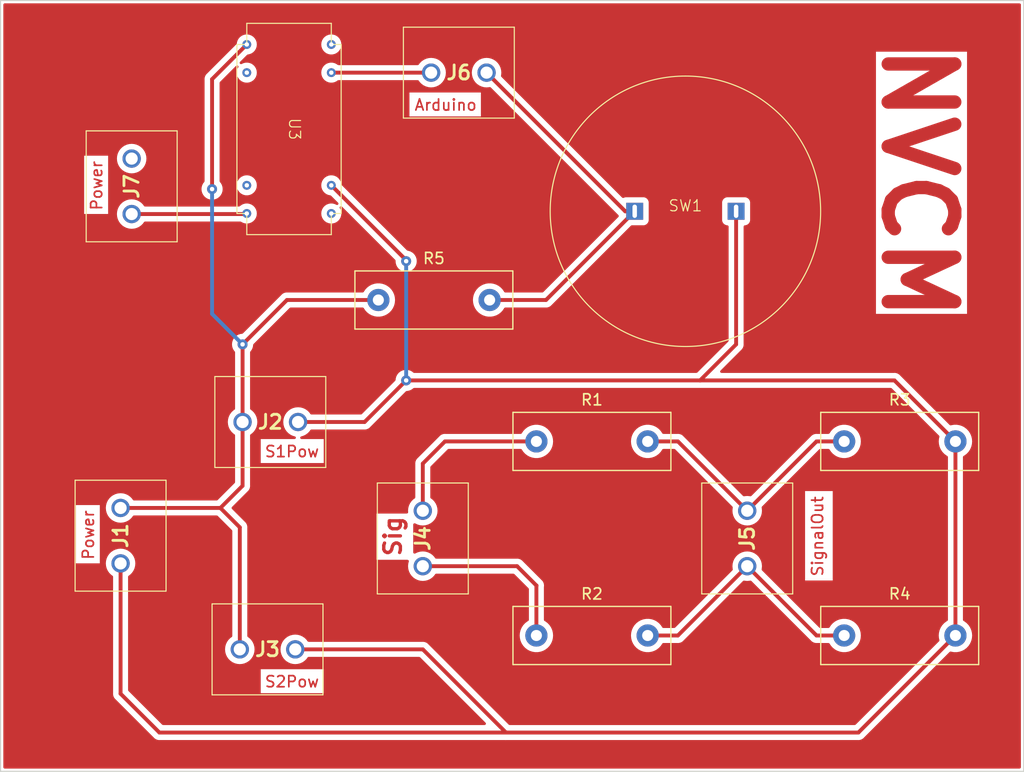
<source format=kicad_pcb>
(kicad_pcb (version 20221018) (generator pcbnew)
  (layers (0 "F.Cu" signal) (31 "B.Cu" signal) (34 "B.Paste" user) (35 "F.Paste" user) (36 "B.SilkS" user "B.Silkscreen") (37 "F.SilkS" user "F.Silkscreen") (38 "B.Mask" user) (39 "F.Mask" user) (44 "Edge.Cuts" user))
  (net 0 "")
  (net 1 "Net-(J4-Pin_1)")
  (net 2 "Net-(J5-Pin_1)")
  (net 3 "Net-(J4-Pin_2)")
  (net 4 "Net-(J5-Pin_2)")
  (net 5 "GND")
  (net 6 "Net-(J1-Pin_2)")
  (net 7 "Net-(J6-Pin_1)")
  (net 9 "Net-(J6-Pin_2)")
  (net 13 "Net-(J7-Pin_1)")
  (footprint "Connector:ScrewTerminal1x2" (layer "F.Cu") (at 118.072 63.25)
    (fp_text reference "J6" (at -2.5 0) (layer "F.SilkS") (effects (font (size 1.27 1.27) (thickness 0.254))))
    (fp_text value "AlimSensor2" hide)
    (fp_line (start -7.5 -4.1) (end -7.5 4.1) (stroke (width 0.1)) (layer "F.SilkS"))
    (fp_line (start -7.5 4.1) (end 2.5 4.1) (stroke (width 0.1)) (layer "F.SilkS"))
    (fp_line (start 2.5 -4.1) (end -7.5 -4.1) (stroke (width 0.1)) (layer "F.SilkS"))
    (fp_line (start 2.5 4.1) (end 2.5 -4.1) (stroke (width 0.1)) (layer "F.SilkS"))
    (pad "1" thru_hole circle (at 0 0) (size 1.65 1.65) (drill 1.1) (layers "*.Cu" "*.Mask") (net 7 "Net-(J6-Pin_1)"))
    (pad "2" thru_hole circle (at -5 0) (size 1.65 1.65) (drill 1.1) (layers "*.Cu" "*.Mask") (net 9 "Net-(J6-Pin_2)"))
  )
  (footprint "Resistor_THT:RUSABLE" (layer "F.Cu") (at 123.072 114)
    (fp_text reference "R2" (at 4.5 -3.75) (layer "F.SilkS"))
    (fp_text value "10K")
    (fp_line (start -2.62 -2.62) (end -2.62 2.62) (stroke (width 0.12)) (layer "F.SilkS"))
    (fp_line (start -2.62 -2.62) (end 11.62 -2.62) (stroke (width 0.12)) (layer "F.SilkS"))
    (fp_line (start -2.62 2.62) (end 11.62 2.62) (stroke (width 0.12)) (layer "F.SilkS"))
    (fp_line (start 11.62 -2.62) (end 11.62 2.62) (stroke (width 0.12)) (layer "F.SilkS"))
    (pad "1" thru_hole circle (at -0.508 0) (size 2 2) (drill 1) (layers "*.Cu" "*.Mask") (net 3 "Net-(J4-Pin_2)"))
    (pad "2" thru_hole circle (at 9.525 0) (size 2 2) (drill 1) (layers "*.Cu" "*.Mask") (net 4 "Net-(J5-Pin_2)"))
  )
  (footprint "Button_Switch_THT:Button2P" (layer "F.Cu") (at 136 75.75)
    (fp_text reference "SW1" (at 0 -0.5 unlocked) (layer "F.SilkS") (effects (font (thickness 0.1))))
    (fp_text value "SW_MEC_5G")
    (fp_circle (center 0 0) (end 0 -12.192) (stroke (width 0.1)) (fill none) (layer "F.SilkS"))
    (pad "1" thru_hole rect (at -4.572 0 90) (size 1.524 1.524) (drill oval 1.2 0.4) (layers "*.Cu" "*.Mask") (net 7 "Net-(J6-Pin_1)"))
    (pad "2" thru_hole rect (at 4.572 0 90) (size 1.524 1.524) (drill oval 1.2 0.4) (layers "*.Cu" "*.Mask") (net 5 "GND"))
  )
  (footprint "Connector:ScrewTerminal1x2" (layer "F.Cu") (at 141.572 102.75 90)
    (fp_text reference "J5" (at -2.5 0 90) (layer "F.SilkS") (effects (font (size 1.27 1.27) (thickness 0.254))))
    (fp_text value "SensorArduino" hide)
    (fp_line (start -7.5 -4.1) (end -7.5 4.1) (stroke (width 0.1)) (layer "F.SilkS"))
    (fp_line (start -7.5 4.1) (end 2.5 4.1) (stroke (width 0.1)) (layer "F.SilkS"))
    (fp_line (start 2.5 -4.1) (end -7.5 -4.1) (stroke (width 0.1)) (layer "F.SilkS"))
    (fp_line (start 2.5 4.1) (end 2.5 -4.1) (stroke (width 0.1)) (layer "F.SilkS"))
    (pad "1" thru_hole circle (at 0 0 90) (size 1.65 1.65) (drill 1.1) (layers "*.Cu" "*.Mask") (net 2 "Net-(J5-Pin_1)"))
    (pad "2" thru_hole circle (at -5 0 90) (size 1.65 1.65) (drill 1.1) (layers "*.Cu" "*.Mask") (net 4 "Net-(J5-Pin_2)"))
  )
  (footprint "Connector:ScrewTerminal1x2" (layer "F.Cu") (at 86.072 76 -90)
    (fp_text reference "J7" (at -2.5 0 90) (layer "F.SilkS") (effects (font (size 1.27 1.27) (thickness 0.254))))
    (fp_text value "CircuitoPotencia" hide)
    (fp_line (start -7.5 -4.1) (end -7.5 4.1) (stroke (width 0.1)) (layer "F.SilkS"))
    (fp_line (start -7.5 4.1) (end 2.5 4.1) (stroke (width 0.1)) (layer "F.SilkS"))
    (fp_line (start 2.5 -4.1) (end -7.5 -4.1) (stroke (width 0.1)) (layer "F.SilkS"))
    (fp_line (start 2.5 4.1) (end 2.5 -4.1) (stroke (width 0.1)) (layer "F.SilkS"))
    (pad "1" thru_hole circle (at 0 0 270) (size 1.65 1.65) (drill 1.1) (layers "*.Cu" "*.Mask") (net 13 "Net-(J7-Pin_1)"))
    (pad "2" thru_hole circle (at -5 0 270) (size 1.65 1.65) (drill 1.1) (layers "*.Cu" "*.Mask"))
  )
  (footprint "Resistor_THT:RUSABLE" (layer "F.Cu") (at 108.822 83.75)
    (fp_text reference "R5" (at 4.5 -3.75) (layer "F.SilkS"))
    (fp_text value "330")
    (fp_line (start -2.62 -2.62) (end -2.62 2.62) (stroke (width 0.12)) (layer "F.SilkS"))
    (fp_line (start -2.62 -2.62) (end 11.62 -2.62) (stroke (width 0.12)) (layer "F.SilkS"))
    (fp_line (start -2.62 2.62) (end 11.62 2.62) (stroke (width 0.12)) (layer "F.SilkS"))
    (fp_line (start 11.62 -2.62) (end 11.62 2.62) (stroke (width 0.12)) (layer "F.SilkS"))
    (pad "1" thru_hole circle (at -0.508 0) (size 2 2) (drill 1) (layers "*.Cu" "*.Mask") (net 6 "Net-(J1-Pin_2)"))
    (pad "2" thru_hole circle (at 9.525 0) (size 2 2) (drill 1) (layers "*.Cu" "*.Mask") (net 7 "Net-(J6-Pin_1)"))
  )
  (footprint "Resistor_THT:RUSABLE" (layer "F.Cu") (at 150.822 114)
    (fp_text reference "R4" (at 4.5 -3.75) (layer "F.SilkS"))
    (fp_text value "2,7K")
    (fp_line (start -2.62 -2.62) (end -2.62 2.62) (stroke (width 0.12)) (layer "F.SilkS"))
    (fp_line (start -2.62 -2.62) (end 11.62 -2.62) (stroke (width 0.12)) (layer "F.SilkS"))
    (fp_line (start -2.62 2.62) (end 11.62 2.62) (stroke (width 0.12)) (layer "F.SilkS"))
    (fp_line (start 11.62 -2.62) (end 11.62 2.62) (stroke (width 0.12)) (layer "F.SilkS"))
    (pad "1" thru_hole circle (at -0.508 0) (size 2 2) (drill 1) (layers "*.Cu" "*.Mask") (net 4 "Net-(J5-Pin_2)"))
    (pad "2" thru_hole circle (at 9.525 0) (size 2 2) (drill 1) (layers "*.Cu" "*.Mask") (net 5 "GND"))
  )
  (footprint "Connector:ScrewTerminal1x2" (layer "F.Cu") (at 85.072 107.5 -90)
    (fp_text reference "J1" (at -2.5 0 90) (layer "F.SilkS") (effects (font (size 1.27 1.27) (thickness 0.254))))
    (fp_text value "Alimentación" hide)
    (fp_line (start -7.5 -4.1) (end -7.5 4.1) (stroke (width 0.1)) (layer "F.SilkS"))
    (fp_line (start -7.5 4.1) (end 2.5 4.1) (stroke (width 0.1)) (layer "F.SilkS"))
    (fp_line (start 2.5 -4.1) (end -7.5 -4.1) (stroke (width 0.1)) (layer "F.SilkS"))
    (fp_line (start 2.5 4.1) (end 2.5 -4.1) (stroke (width 0.1)) (layer "F.SilkS"))
    (pad "1" thru_hole circle (at 0 0 270) (size 1.65 1.65) (drill 1.1) (layers "*.Cu" "*.Mask") (net 5 "GND"))
    (pad "2" thru_hole circle (at -5 0 270) (size 1.65 1.65) (drill 1.1) (layers "*.Cu" "*.Mask") (net 6 "Net-(J1-Pin_2)"))
  )
  (footprint "Connector:ScrewTerminal1x2" (layer "F.Cu") (at 100.822 115.25)
    (fp_text reference "J3" (at -2.5 0) (layer "F.SilkS") (effects (font (size 1.27 1.27) (thickness 0.254))))
    (fp_text value "AlimSensor2" hide)
    (fp_line (start -7.5 -4.1) (end -7.5 4.1) (stroke (width 0.1)) (layer "F.SilkS"))
    (fp_line (start -7.5 4.1) (end 2.5 4.1) (stroke (width 0.1)) (layer "F.SilkS"))
    (fp_line (start 2.5 -4.1) (end -7.5 -4.1) (stroke (width 0.1)) (layer "F.SilkS"))
    (fp_line (start 2.5 4.1) (end 2.5 -4.1) (stroke (width 0.1)) (layer "F.SilkS"))
    (pad "1" thru_hole circle (at 0 0) (size 1.65 1.65) (drill 1.1) (layers "*.Cu" "*.Mask") (net 5 "GND"))
    (pad "2" thru_hole circle (at -5 0) (size 1.65 1.65) (drill 1.1) (layers "*.Cu" "*.Mask") (net 6 "Net-(J1-Pin_2)"))
  )
  (footprint "Resistor_THT:RUSABLE" (layer "F.Cu") (at 123.072 96.5)
    (fp_text reference "R1" (at 4.5 -3.75) (layer "F.SilkS"))
    (fp_text value "10K")
    (fp_line (start -2.62 -2.62) (end -2.62 2.62) (stroke (width 0.12)) (layer "F.SilkS"))
    (fp_line (start -2.62 -2.62) (end 11.62 -2.62) (stroke (width 0.12)) (layer "F.SilkS"))
    (fp_line (start -2.62 2.62) (end 11.62 2.62) (stroke (width 0.12)) (layer "F.SilkS"))
    (fp_line (start 11.62 -2.62) (end 11.62 2.62) (stroke (width 0.12)) (layer "F.SilkS"))
    (pad "1" thru_hole circle (at -0.508 0) (size 2 2) (drill 1) (layers "*.Cu" "*.Mask") (net 1 "Net-(J4-Pin_1)"))
    (pad "2" thru_hole circle (at 9.525 0) (size 2 2) (drill 1) (layers "*.Cu" "*.Mask") (net 2 "Net-(J5-Pin_1)"))
  )
  (footprint "Relay_THT:RS-291-9710" (layer "F.Cu") (at 100.262 68.33 -90)
    (fp_text reference "U3" (at 0 -0.5 -90 unlocked) (layer "F.SilkS") (effects (font (thickness 0.1))))
    (fp_text value "~")
    (fp_line (start -9.525 -3.81) (end -7.62 -3.81) (stroke (width 0.1)) (layer "F.SilkS"))
    (fp_line (start -9.525 3.81) (end -9.525 -3.81) (stroke (width 0.1)) (layer "F.SilkS"))
    (fp_line (start -9.525 3.81) (end -7.62 3.81) (stroke (width 0.1)) (layer "F.SilkS"))
    (fp_line (start -7.62 -4.699) (end 7.62 -4.699) (stroke (width 0.1)) (layer "F.SilkS"))
    (fp_line (start -7.62 -3.81) (end -7.62 -4.699) (stroke (width 0.1)) (layer "F.SilkS"))
    (fp_line (start -7.62 3.81) (end -7.62 4.699) (stroke (width 0.1)) (layer "F.SilkS"))
    (fp_line (start -7.62 4.699) (end 7.62 4.699) (stroke (width 0.1)) (layer "F.SilkS"))
    (fp_line (start 7.62 -4.699) (end 7.62 -3.81) (stroke (width 0.1)) (layer "F.SilkS"))
    (fp_line (start 7.62 3.81) (end 9.525 3.81) (stroke (width 0.1)) (layer "F.SilkS"))
    (fp_line (start 7.62 4.699) (end 7.62 3.81) (stroke (width 0.1)) (layer "F.SilkS"))
    (fp_line (start 9.525 -3.81) (end 7.62 -3.81) (stroke (width 0.1)) (layer "F.SilkS"))
    (fp_line (start 9.525 3.81) (end 9.525 -3.81) (stroke (width 0.1)) (layer "F.SilkS"))
    (pad "1" thru_hole circle (at -7.62 -3.81) (size 0.8 0.8) (drill 0.4) (layers "*.Cu" "*.Mask"))
    (pad "2" thru_hole circle (at -5.08 -3.81) (size 0.8 0.8) (drill 0.4) (layers "*.Cu" "*.Mask") (net 9 "Net-(J6-Pin_2)"))
    (pad "3" thru_hole circle (at 5.08 -3.81) (size 0.8 0.8) (drill 0.4) (layers "*.Cu" "*.Mask") (net 5 "GND"))
    (pad "4" thru_hole circle (at 7.62 -3.81) (size 0.8 0.8) (drill 0.4) (layers "*.Cu" "*.Mask"))
    (pad "5" thru_hole circle (at -7.62 3.81) (size 0.8 0.8) (drill 0.4) (layers "*.Cu" "*.Mask") (net 6 "Net-(J1-Pin_2)"))
    (pad "6" thru_hole circle (at -5.08 3.81) (size 0.8 0.8) (drill 0.4) (layers "*.Cu" "*.Mask"))
    (pad "7" thru_hole circle (at 5.08 3.81) (size 0.8 0.8) (drill 0.4) (layers "*.Cu" "*.Mask"))
    (pad "8" thru_hole circle (at 7.62 3.81) (size 0.8 0.8) (drill 0.4) (layers "*.Cu" "*.Mask") (net 13 "Net-(J7-Pin_1)"))
  )
  (footprint "Resistor_THT:RUSABLE" (layer "F.Cu") (at 150.822 96.5)
    (fp_text reference "R3" (at 4.5 -3.75) (layer "F.SilkS"))
    (fp_text value "2,7K")
    (fp_line (start -2.62 -2.62) (end -2.62 2.62) (stroke (width 0.12)) (layer "F.SilkS"))
    (fp_line (start -2.62 -2.62) (end 11.62 -2.62) (stroke (width 0.12)) (layer "F.SilkS"))
    (fp_line (start -2.62 2.62) (end 11.62 2.62) (stroke (width 0.12)) (layer "F.SilkS"))
    (fp_line (start 11.62 -2.62) (end 11.62 2.62) (stroke (width 0.12)) (layer "F.SilkS"))
    (pad "1" thru_hole circle (at -0.508 0) (size 2 2) (drill 1) (layers "*.Cu" "*.Mask") (net 2 "Net-(J5-Pin_1)"))
    (pad "2" thru_hole circle (at 9.525 0) (size 2 2) (drill 1) (layers "*.Cu" "*.Mask") (net 5 "GND"))
  )
  (footprint "Connector:ScrewTerminal1x2" (layer "F.Cu") (at 112.322 102.75 90)
    (fp_text reference "J4" (at -2.5 0 90) (layer "F.SilkS") (effects (font (size 1.27 1.27) (thickness 0.254))))
    (fp_text value "AlimSensor1" hide)
    (fp_line (start -7.5 -4.1) (end -7.5 4.1) (stroke (width 0.1)) (layer "F.SilkS"))
    (fp_line (start -7.5 4.1) (end 2.5 4.1) (stroke (width 0.1)) (layer "F.SilkS"))
    (fp_line (start 2.5 -4.1) (end -7.5 -4.1) (stroke (width 0.1)) (layer "F.SilkS"))
    (fp_line (start 2.5 4.1) (end 2.5 -4.1) (stroke (width 0.1)) (layer "F.SilkS"))
    (pad "1" thru_hole circle (at 0 0 90) (size 1.65 1.65) (drill 1.1) (layers "*.Cu" "*.Mask") (net 1 "Net-(J4-Pin_1)"))
    (pad "2" thru_hole circle (at -5 0 90) (size 1.65 1.65) (drill 1.1) (layers "*.Cu" "*.Mask") (net 3 "Net-(J4-Pin_2)"))
  )
  (footprint "Connector:ScrewTerminal1x2" (layer "F.Cu") (at 101.072 94.75)
    (fp_text reference "J2" (at -2.5 0) (layer "F.SilkS") (effects (font (size 1.27 1.27) (thickness 0.254))))
    (fp_text value "AlimSensor1" hide)
    (fp_line (start -7.5 -4.1) (end -7.5 4.1) (stroke (width 0.1)) (layer "F.SilkS"))
    (fp_line (start -7.5 4.1) (end 2.5 4.1) (stroke (width 0.1)) (layer "F.SilkS"))
    (fp_line (start 2.5 -4.1) (end -7.5 -4.1) (stroke (width 0.1)) (layer "F.SilkS"))
    (fp_line (start 2.5 4.1) (end 2.5 -4.1) (stroke (width 0.1)) (layer "F.SilkS"))
    (pad "1" thru_hole circle (at 0 0) (size 1.65 1.65) (drill 1.1) (layers "*.Cu" "*.Mask") (net 5 "GND"))
    (pad "2" thru_hole circle (at -5 0) (size 1.65 1.65) (drill 1.1) (layers "*.Cu" "*.Mask") (net 6 "Net-(J1-Pin_2)"))
  )
  (gr_line (start 166.5 56.75) (end 166.5 126.25) (stroke (width 0.1)) (layer "Edge.Cuts"))
  (gr_line (start 166.5 126.25) (end 74.25 126.25) (stroke (width 0.1)) (layer "Edge.Cuts"))
  (gr_line (start 74.25 56.75) (end 166.5 56.75) (stroke (width 0.1)) (layer "Edge.Cuts"))
  (gr_line (start 74.25 126.25) (end 74.25 56.75) (stroke (width 0.1)) (layer "Edge.Cuts"))
  (gr_text "NVCM" (at 157 60.25 -90) (layer "F.Cu") (effects (font (size 6 6) (thickness 1.2) bold) (justify left)))
  (gr_text "Sig" (at 110.5 107 90) (layer "F.Cu") (effects (font (size 1.5 1.5) (thickness 0.3) bold) (justify left bottom)))
  (gr_text "S2Pow" (at 98 118.75) (layer "F.Cu") (effects (font (size 1 1)) (justify left bottom)))
  (gr_text "Arduino" (at 111.5 66.75) (layer "F.Cu") (effects (font (size 1 1)) (justify left bottom)))
  (gr_text "Power" (at 83.5 75.75 90) (layer "F.Cu") (effects (font (size 1 1)) (justify left bottom)))
  (gr_text "Power" (at 82.75 107.25 90) (layer "F.Cu") (effects (font (size 1 1)) (justify left bottom)))
  (gr_text "S1Pow" (at 98 98) (layer "F.Cu") (effects (font (size 1 1)) (justify left bottom)))
  (gr_text "SignalOut" (at 148.5 108.75 90) (layer "F.Cu") (effects (font (size 1 1)) (justify left bottom)))
  (segment (start 112.322 102.75) (end 112.322 98.5) (width 0.35) (layer "F.Cu") (net 1))
  (segment (start 112.322 98.5) (end 114.322 96.5) (width 0.35) (layer "F.Cu") (net 1))
  (segment (start 114.322 96.5) (end 122.564 96.5) (width 0.35) (layer "F.Cu") (net 1))
  (segment (start 132.597 96.5) (end 135.322 96.5) (width 0.35) (layer "F.Cu") (net 2))
  (segment (start 147.822 96.5) (end 150.314 96.5) (width 0.35) (layer "F.Cu") (net 2))
  (segment (start 141.572 102.75) (end 147.822 96.5) (width 0.35) (layer "F.Cu") (net 2))
  (segment (start 135.322 96.5) (end 141.572 102.75) (width 0.35) (layer "F.Cu") (net 2))
  (segment (start 120.822 107.75) (end 122.572 109.5) (width 0.35) (layer "F.Cu") (net 3))
  (segment (start 122.564 109.508) (end 122.564 114) (width 0.35) (layer "F.Cu") (net 3))
  (segment (start 122.572 109.5) (end 122.564 109.508) (width 0.35) (layer "F.Cu") (net 3))
  (segment (start 112.322 107.75) (end 120.822 107.75) (width 0.35) (layer "F.Cu") (net 3))
  (segment (start 135.322 114) (end 141.572 107.75) (width 0.35) (layer "F.Cu") (net 4))
  (segment (start 147.822 114) (end 150.314 114) (width 0.35) (layer "F.Cu") (net 4))
  (segment (start 132.597 114) (end 135.322 114) (width 0.35) (layer "F.Cu") (net 4))
  (segment (start 141.572 107.75) (end 147.822 114) (width 0.35) (layer "F.Cu") (net 4))
  (segment (start 110.822 91) (end 107.072 94.75) (width 0.35) (layer "F.Cu") (net 5))
  (segment (start 85.072 119.25) (end 88.572 122.75) (width 0.35) (layer "F.Cu") (net 5))
  (segment (start 160.347 114) (end 160.347 96.5) (width 0.35) (layer "F.Cu") (net 5))
  (segment (start 110.822 80.16) (end 104.072 73.41) (width 0.35) (layer "F.Cu") (net 5))
  (segment (start 107.072 94.75) (end 101.072 94.75) (width 0.35) (layer "F.Cu") (net 5))
  (segment (start 137.322 91) (end 110.822 91) (width 0.35) (layer "F.Cu") (net 5))
  (segment (start 151.597 122.75) (end 160.347 114) (width 0.35) (layer "F.Cu") (net 5))
  (segment (start 112.322 115.25) (end 119.822 122.75) (width 0.35) (layer "F.Cu") (net 5))
  (segment (start 100.822 115.25) (end 112.322 115.25) (width 0.35) (layer "F.Cu") (net 5))
  (segment (start 160.347 96.5) (end 154.847 91) (width 0.35) (layer "F.Cu") (net 5))
  (segment (start 140.572 75.75) (end 140.572 87.75) (width 0.35) (layer "F.Cu") (net 5))
  (segment (start 85.072 107.5) (end 85.072 119.25) (width 0.35) (layer "F.Cu") (net 5))
  (segment (start 119.822 122.75) (end 151.597 122.75) (width 0.35) (layer "F.Cu") (net 5))
  (segment (start 88.572 122.75) (end 119.822 122.75) (width 0.35) (layer "F.Cu") (net 5))
  (segment (start 154.847 91) (end 137.322 91) (width 0.35) (layer "F.Cu") (net 5))
  (segment (start 140.572 87.75) (end 137.322 91) (width 0.35) (layer "F.Cu") (net 5))
  (via (at 110.822 80.25) (size 0.9) (drill 0.4) (layers "F.Cu" "B.Cu") (net 5))
  (via (at 110.822 91) (size 0.9) (drill 0.4) (layers "F.Cu" "B.Cu") (net 5))
  (segment (start 110.822 80.25) (end 110.822 80.16) (width 0.35) (layer "B.Cu") (net 5))
  (segment (start 110.822 91) (end 110.822 80.25) (width 0.35) (layer "B.Cu") (net 5))
  (segment (start 95.822 104.25) (end 94.072 102.5) (width 0.35) (layer "F.Cu") (net 6))
  (segment (start 85.072 102.5) (end 94.072 102.5) (width 0.35) (layer "F.Cu") (net 6))
  (segment (start 100.072 83.75) (end 108.314 83.75) (width 0.35) (layer "F.Cu") (net 6))
  (segment (start 95.822 115.25) (end 95.822 104.25) (width 0.35) (layer "F.Cu") (net 6))
  (segment (start 96.072 100.5) (end 96.072 94.75) (width 0.35) (layer "F.Cu") (net 6))
  (segment (start 96.072 94.75) (end 96.072 87.75) (width 0.35) (layer "F.Cu") (net 6))
  (segment (start 96.452 60.71) (end 93.322 63.84) (width 0.35) (layer "F.Cu") (net 6))
  (segment (start 94.072 102.5) (end 96.072 100.5) (width 0.35) (layer "F.Cu") (net 6))
  (segment (start 93.322 63.84) (end 93.322 73.75) (width 0.35) (layer "F.Cu") (net 6))
  (segment (start 96.072 87.75) (end 100.072 83.75) (width 0.35) (layer "F.Cu") (net 6))
  (via (at 93.322 73.75) (size 0.9) (drill 0.4) (layers "F.Cu" "B.Cu") (net 6))
  (via (at 96.072 87.75) (size 0.9) (drill 0.4) (layers "F.Cu" "B.Cu") (net 6))
  (segment (start 93.322 73.75) (end 93.322 75.25) (width 0.35) (layer "B.Cu") (net 6))
  (segment (start 93.322 75.25) (end 93.322 85) (width 0.35) (layer "B.Cu") (net 6))
  (segment (start 93.322 85) (end 96.072 87.75) (width 0.35) (layer "B.Cu") (net 6))
  (segment (start 130.572 75.75) (end 118.072 63.25) (width 0.35) (layer "F.Cu") (net 7))
  (segment (start 123.428 83.75) (end 131.428 75.75) (width 0.35) (layer "F.Cu") (net 7))
  (segment (start 131.428 75.75) (end 130.572 75.75) (width 0.35) (layer "F.Cu") (net 7))
  (segment (start 118.347 83.75) (end 123.428 83.75) (width 0.35) (layer "F.Cu") (net 7))
  (segment (start 113.072 63.25) (end 104.072 63.25) (width 0.35) (layer "F.Cu") (net 9))
  (segment (start 96.402 76) (end 96.452 75.95) (width 0.35) (layer "F.Cu") (net 13))
  (segment (start 86.072 76) (end 96.402 76) (width 0.35) (layer "F.Cu") (net 13))
  (zone (net 0) (net_name "") (layer "F.Cu") (connect_pads (clearance 0.5)) (min_thickness 0.25) (fill yes (thermal_gap 0.5) (thermal_bridge_width 0.5) (island_removal_mode 1) (island_area_min 10))
    (polygon (pts (xy 74.5 57) (xy 166.25 57) (xy 166.25 126) (xy 74.5 126)))
  )
)
</source>
